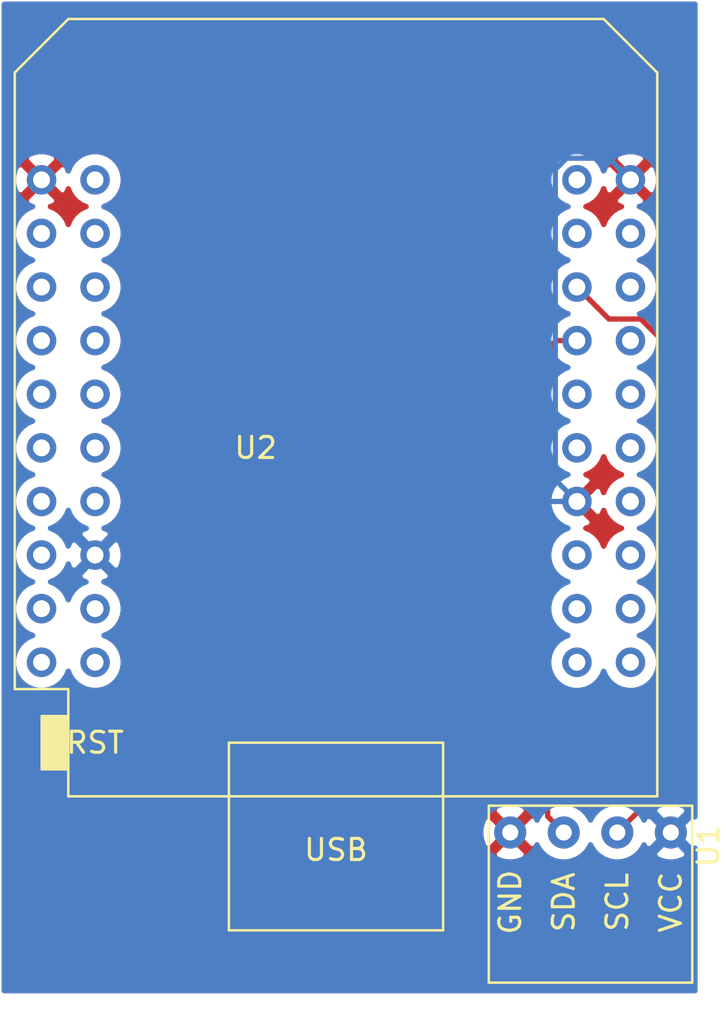
<source format=kicad_pcb>
(kicad_pcb (version 20171130) (host pcbnew "(5.1.9-0-10_14)")

  (general
    (thickness 1.6)
    (drawings 4)
    (tracks 15)
    (zones 0)
    (modules 2)
    (nets 39)
  )

  (page A4)
  (layers
    (0 F.Cu signal)
    (31 B.Cu signal)
    (32 B.Adhes user)
    (33 F.Adhes user)
    (34 B.Paste user)
    (35 F.Paste user)
    (36 B.SilkS user)
    (37 F.SilkS user)
    (38 B.Mask user)
    (39 F.Mask user)
    (40 Dwgs.User user)
    (41 Cmts.User user)
    (42 Eco1.User user)
    (43 Eco2.User user)
    (44 Edge.Cuts user)
    (45 Margin user)
    (46 B.CrtYd user)
    (47 F.CrtYd user)
    (48 B.Fab user)
    (49 F.Fab user)
  )

  (setup
    (last_trace_width 0.25)
    (trace_clearance 0.2)
    (zone_clearance 0.508)
    (zone_45_only no)
    (trace_min 0.2)
    (via_size 0.8)
    (via_drill 0.4)
    (via_min_size 0.4)
    (via_min_drill 0.3)
    (uvia_size 0.3)
    (uvia_drill 0.1)
    (uvias_allowed no)
    (uvia_min_size 0.2)
    (uvia_min_drill 0.1)
    (edge_width 0.05)
    (segment_width 0.2)
    (pcb_text_width 0.3)
    (pcb_text_size 1.5 1.5)
    (mod_edge_width 0.12)
    (mod_text_size 1 1)
    (mod_text_width 0.15)
    (pad_size 0.8 0.4)
    (pad_drill 0)
    (pad_to_mask_clearance 0)
    (aux_axis_origin 0 0)
    (visible_elements FFFFFF7F)
    (pcbplotparams
      (layerselection 0x010fc_ffffffff)
      (usegerberextensions false)
      (usegerberattributes true)
      (usegerberadvancedattributes true)
      (creategerberjobfile true)
      (excludeedgelayer true)
      (linewidth 0.100000)
      (plotframeref false)
      (viasonmask false)
      (mode 1)
      (useauxorigin false)
      (hpglpennumber 1)
      (hpglpenspeed 20)
      (hpglpendiameter 15.000000)
      (psnegative false)
      (psa4output false)
      (plotreference true)
      (plotvalue true)
      (plotinvisibletext false)
      (padsonsilk false)
      (subtractmaskfromsilk false)
      (outputformat 1)
      (mirror false)
      (drillshape 1)
      (scaleselection 1)
      (outputdirectory ""))
  )

  (net 0 "")
  (net 1 +3V3)
  (net 2 "Net-(U1-Pad3)")
  (net 3 GND)
  (net 4 "Net-(U2-Pad2)")
  (net 5 "Net-(U2-Pad3)")
  (net 6 "Net-(U2-Pad4)")
  (net 7 "Net-(U2-Pad5)")
  (net 8 "Net-(U2-Pad6)")
  (net 9 "Net-(U2-Pad7)")
  (net 10 "Net-(U2-Pad8)")
  (net 11 "Net-(U2-Pad9)")
  (net 12 "Net-(U2-Pad10)")
  (net 13 "Net-(U2-Pad11)")
  (net 14 "Net-(U2-Pad12)")
  (net 15 "Net-(U2-Pad13)")
  (net 16 "Net-(U2-Pad14)")
  (net 17 "Net-(U2-Pad15)")
  (net 18 "Net-(U2-Pad17)")
  (net 19 "Net-(U2-Pad18)")
  (net 20 "Net-(U2-Pad19)")
  (net 21 "Net-(U2-Pad20)")
  (net 22 "Net-(U2-Pad21)")
  (net 23 "Net-(U2-Pad23)")
  (net 24 "Net-(U2-Pad24)")
  (net 25 "Net-(U2-Pad26)")
  (net 26 "Net-(U2-Pad28)")
  (net 27 "Net-(U2-Pad29)")
  (net 28 "Net-(U2-Pad30)")
  (net 29 "Net-(U2-Pad31)")
  (net 30 "Net-(U2-Pad32)")
  (net 31 "Net-(U2-Pad34)")
  (net 32 +5V)
  (net 33 "Net-(U2-Pad36)")
  (net 34 "Net-(U2-Pad37)")
  (net 35 "Net-(U2-Pad38)")
  (net 36 "Net-(U2-Pad39)")
  (net 37 "Net-(U2-Pad40)")
  (net 38 "Net-(U1-Pad2)")

  (net_class Default "This is the default net class."
    (clearance 0.2)
    (trace_width 0.25)
    (via_dia 0.8)
    (via_drill 0.4)
    (uvia_dia 0.3)
    (uvia_drill 0.1)
    (add_net +3V3)
    (add_net +5V)
    (add_net GND)
    (add_net "Net-(U1-Pad2)")
    (add_net "Net-(U1-Pad3)")
    (add_net "Net-(U2-Pad10)")
    (add_net "Net-(U2-Pad11)")
    (add_net "Net-(U2-Pad12)")
    (add_net "Net-(U2-Pad13)")
    (add_net "Net-(U2-Pad14)")
    (add_net "Net-(U2-Pad15)")
    (add_net "Net-(U2-Pad17)")
    (add_net "Net-(U2-Pad18)")
    (add_net "Net-(U2-Pad19)")
    (add_net "Net-(U2-Pad2)")
    (add_net "Net-(U2-Pad20)")
    (add_net "Net-(U2-Pad21)")
    (add_net "Net-(U2-Pad23)")
    (add_net "Net-(U2-Pad24)")
    (add_net "Net-(U2-Pad26)")
    (add_net "Net-(U2-Pad28)")
    (add_net "Net-(U2-Pad29)")
    (add_net "Net-(U2-Pad3)")
    (add_net "Net-(U2-Pad30)")
    (add_net "Net-(U2-Pad31)")
    (add_net "Net-(U2-Pad32)")
    (add_net "Net-(U2-Pad34)")
    (add_net "Net-(U2-Pad36)")
    (add_net "Net-(U2-Pad37)")
    (add_net "Net-(U2-Pad38)")
    (add_net "Net-(U2-Pad39)")
    (add_net "Net-(U2-Pad4)")
    (add_net "Net-(U2-Pad40)")
    (add_net "Net-(U2-Pad5)")
    (add_net "Net-(U2-Pad6)")
    (add_net "Net-(U2-Pad7)")
    (add_net "Net-(U2-Pad8)")
    (add_net "Net-(U2-Pad9)")
  )

  (module ESP32_mini:ESP32_mini (layer F.Cu) (tedit 5F536902) (tstamp 60331834)
    (at 151.755 90.995)
    (path /6032D049)
    (fp_text reference U2 (at -3.81 1.27) (layer F.SilkS)
      (effects (font (size 1 1) (thickness 0.15)))
    )
    (fp_text value mini_esp32 (at 0 -1.27) (layer F.Fab)
      (effects (font (size 1 1) (thickness 0.15)))
    )
    (fp_line (start -12.7 12.7) (end -12.7 17.78) (layer F.SilkS) (width 0.12))
    (fp_line (start 12.7 -19.05) (end -11.43 -19.05) (layer F.SilkS) (width 0.12))
    (fp_line (start 12.7 -19.05) (end 15.24 -16.51) (layer F.SilkS) (width 0.12))
    (fp_line (start -12.7 -19.05) (end -15.24 -16.51) (layer F.SilkS) (width 0.12))
    (fp_line (start -12.7 -19.05) (end -11.43 -19.05) (layer F.SilkS) (width 0.12))
    (fp_line (start 15.24 -16.51) (end 15.24 17.78) (layer F.SilkS) (width 0.12))
    (fp_line (start -15.24 -16.51) (end -15.24 12.7) (layer F.SilkS) (width 0.12))
    (fp_line (start -15.24 12.7) (end -12.7 12.7) (layer F.SilkS) (width 0.12))
    (fp_poly (pts (xy -13.97 16.51) (xy -13.97 13.97) (xy -12.7 13.97) (xy -12.7 16.51)) (layer F.SilkS) (width 0.1))
    (fp_line (start -15.24 -12.7) (end 15.24 -12.7) (layer Dwgs.User) (width 0.12))
    (fp_line (start 15.24 -12.7) (end 15.24 -19.05) (layer Dwgs.User) (width 0.12))
    (fp_line (start 15.24 -19.05) (end -15.24 -19.05) (layer Dwgs.User) (width 0.12))
    (fp_line (start -15.24 -19.05) (end -15.24 -12.7) (layer Dwgs.User) (width 0.12))
    (fp_line (start -10.16 -19.05) (end -15.24 -13.97) (layer Dwgs.User) (width 0.12))
    (fp_line (start -6.35 -19.05) (end -12.7 -12.7) (layer Dwgs.User) (width 0.12))
    (fp_line (start -2.54 -19.05) (end -8.89 -12.7) (layer Dwgs.User) (width 0.12))
    (fp_line (start 1.27 -19.05) (end -5.08 -12.7) (layer Dwgs.User) (width 0.12))
    (fp_line (start 5.08 -19.05) (end -1.27 -12.7) (layer Dwgs.User) (width 0.12))
    (fp_line (start 8.89 -19.05) (end 2.54 -12.7) (layer Dwgs.User) (width 0.12))
    (fp_line (start 12.7 -19.05) (end 6.35 -12.7) (layer Dwgs.User) (width 0.12))
    (fp_line (start 15.24 -16.51) (end 11.43 -12.7) (layer Dwgs.User) (width 0.12))
    (fp_line (start -12.7 17.78) (end 15.24 17.78) (layer F.SilkS) (width 0.12))
    (fp_line (start -5.08 17.78) (end -5.08 24.13) (layer F.SilkS) (width 0.12))
    (fp_line (start -5.08 24.13) (end 5.08 24.13) (layer F.SilkS) (width 0.12))
    (fp_line (start 5.08 24.13) (end 5.08 17.78) (layer F.SilkS) (width 0.12))
    (fp_line (start -5.08 17.78) (end -5.08 15.24) (layer F.SilkS) (width 0.12))
    (fp_line (start -5.08 15.24) (end 5.08 15.24) (layer F.SilkS) (width 0.12))
    (fp_line (start 5.08 15.24) (end 5.08 17.78) (layer F.SilkS) (width 0.12))
    (fp_line (start 13.97 16.51) (end 11.43 16.51) (layer Dwgs.User) (width 0.12))
    (fp_line (start 11.43 16.51) (end 11.43 15.24) (layer Dwgs.User) (width 0.12))
    (fp_line (start 11.43 15.24) (end 13.97 15.24) (layer Dwgs.User) (width 0.12))
    (fp_line (start 13.97 15.24) (end 13.97 16.51) (layer Dwgs.User) (width 0.12))
    (fp_line (start 11.43 12.7) (end 11.43 13.97) (layer Dwgs.User) (width 0.12))
    (fp_line (start 11.43 13.97) (end 13.97 13.97) (layer Dwgs.User) (width 0.12))
    (fp_line (start 13.97 13.97) (end 13.97 12.7) (layer Dwgs.User) (width 0.12))
    (fp_line (start 13.97 12.7) (end 11.43 12.7) (layer Dwgs.User) (width 0.12))
    (fp_text user IO_02 (at 12.7 13.335) (layer Dwgs.User)
      (effects (font (size 0.5 0.5) (thickness 0.125)))
    )
    (fp_text user PWR (at 12.573 15.875) (layer Dwgs.User)
      (effects (font (size 0.5 0.5) (thickness 0.125)))
    )
    (fp_text user USB (at 0 20.32) (layer F.SilkS)
      (effects (font (size 1 1) (thickness 0.15)))
    )
    (fp_text user "NO COPPER - KEEP OUT" (at 0 -15.24) (layer Dwgs.User)
      (effects (font (size 1 1) (thickness 0.15)))
    )
    (fp_text user RST (at -11.43 15.24) (layer F.SilkS)
      (effects (font (size 1 1) (thickness 0.15)))
    )
    (pad 40 thru_hole circle (at 13.97 11.43 270) (size 1.4 1.4) (drill 0.8) (layers *.Cu *.Mask)
      (net 37 "Net-(U2-Pad40)"))
    (pad 39 thru_hole circle (at 11.43 11.43 270) (size 1.4 1.4) (drill 0.8) (layers *.Cu *.Mask)
      (net 36 "Net-(U2-Pad39)"))
    (pad 38 thru_hole circle (at 13.97 8.89 270) (size 1.4 1.4) (drill 0.8) (layers *.Cu *.Mask)
      (net 35 "Net-(U2-Pad38)"))
    (pad 37 thru_hole circle (at 11.43 8.89 270) (size 1.4 1.4) (drill 0.8) (layers *.Cu *.Mask)
      (net 34 "Net-(U2-Pad37)"))
    (pad 36 thru_hole circle (at 13.97 6.35 270) (size 1.4 1.4) (drill 0.8) (layers *.Cu *.Mask)
      (net 33 "Net-(U2-Pad36)"))
    (pad 35 thru_hole circle (at 11.43 6.35 270) (size 1.4 1.4) (drill 0.8) (layers *.Cu *.Mask)
      (net 32 +5V))
    (pad 34 thru_hole circle (at 13.97 3.81 270) (size 1.4 1.4) (drill 0.8) (layers *.Cu *.Mask)
      (net 31 "Net-(U2-Pad34)"))
    (pad 33 thru_hole circle (at 11.43 3.81 270) (size 1.4 1.4) (drill 0.8) (layers *.Cu *.Mask)
      (net 3 GND))
    (pad 32 thru_hole circle (at 13.97 1.27 270) (size 1.4 1.4) (drill 0.8) (layers *.Cu *.Mask)
      (net 30 "Net-(U2-Pad32)"))
    (pad 31 thru_hole circle (at 11.43 1.27 270) (size 1.4 1.4) (drill 0.8) (layers *.Cu *.Mask)
      (net 29 "Net-(U2-Pad31)"))
    (pad 30 thru_hole circle (at 13.97 -1.27 270) (size 1.4 1.4) (drill 0.8) (layers *.Cu *.Mask)
      (net 28 "Net-(U2-Pad30)"))
    (pad 29 thru_hole circle (at 11.43 -1.27 270) (size 1.4 1.4) (drill 0.8) (layers *.Cu *.Mask)
      (net 27 "Net-(U2-Pad29)"))
    (pad 28 thru_hole circle (at 13.97 -3.81 270) (size 1.4 1.4) (drill 0.8) (layers *.Cu *.Mask)
      (net 26 "Net-(U2-Pad28)"))
    (pad 27 thru_hole circle (at 11.43 -3.81 270) (size 1.4 1.4) (drill 0.8) (layers *.Cu *.Mask)
      (net 2 "Net-(U1-Pad3)"))
    (pad 26 thru_hole circle (at 13.97 -6.35 270) (size 1.4 1.4) (drill 0.8) (layers *.Cu *.Mask)
      (net 25 "Net-(U2-Pad26)"))
    (pad 25 thru_hole circle (at 11.43 -6.35 270) (size 1.4 1.4) (drill 0.8) (layers *.Cu *.Mask)
      (net 38 "Net-(U1-Pad2)"))
    (pad 24 thru_hole circle (at 13.97 -8.89 270) (size 1.4 1.4) (drill 0.8) (layers *.Cu *.Mask)
      (net 24 "Net-(U2-Pad24)"))
    (pad 23 thru_hole circle (at 11.43 -8.89 270) (size 1.4 1.4) (drill 0.8) (layers *.Cu *.Mask)
      (net 23 "Net-(U2-Pad23)"))
    (pad 22 thru_hole circle (at 13.97 -11.43 270) (size 1.4 1.4) (drill 0.8) (layers *.Cu *.Mask)
      (net 3 GND))
    (pad 21 thru_hole circle (at 11.43 -11.43 270) (size 1.4 1.4) (drill 0.8) (layers *.Cu *.Mask)
      (net 22 "Net-(U2-Pad21)"))
    (pad 20 thru_hole circle (at -11.43 11.43 270) (size 1.4 1.4) (drill 0.8) (layers *.Cu *.Mask)
      (net 21 "Net-(U2-Pad20)"))
    (pad 19 thru_hole circle (at -13.97 11.43 270) (size 1.4 1.4) (drill 0.8) (layers *.Cu *.Mask)
      (net 20 "Net-(U2-Pad19)"))
    (pad 18 thru_hole circle (at -11.43 8.89 270) (size 1.4 1.4) (drill 0.8) (layers *.Cu *.Mask)
      (net 19 "Net-(U2-Pad18)"))
    (pad 17 thru_hole circle (at -13.97 8.89 270) (size 1.4 1.4) (drill 0.8) (layers *.Cu *.Mask)
      (net 18 "Net-(U2-Pad17)"))
    (pad 16 thru_hole circle (at -11.43 6.35 270) (size 1.4 1.4) (drill 0.8) (layers *.Cu *.Mask)
      (net 1 +3V3))
    (pad 15 thru_hole circle (at -13.97 6.35 270) (size 1.4 1.4) (drill 0.8) (layers *.Cu *.Mask)
      (net 17 "Net-(U2-Pad15)"))
    (pad 14 thru_hole circle (at -11.43 3.81 270) (size 1.4 1.4) (drill 0.8) (layers *.Cu *.Mask)
      (net 16 "Net-(U2-Pad14)"))
    (pad 13 thru_hole circle (at -13.97 3.81 270) (size 1.4 1.4) (drill 0.8) (layers *.Cu *.Mask)
      (net 15 "Net-(U2-Pad13)"))
    (pad 12 thru_hole circle (at -11.43 1.27 270) (size 1.4 1.4) (drill 0.8) (layers *.Cu *.Mask)
      (net 14 "Net-(U2-Pad12)"))
    (pad 11 thru_hole circle (at -13.97 1.27 270) (size 1.4 1.4) (drill 0.8) (layers *.Cu *.Mask)
      (net 13 "Net-(U2-Pad11)"))
    (pad 10 thru_hole circle (at -11.43 -1.27 270) (size 1.4 1.4) (drill 0.8) (layers *.Cu *.Mask)
      (net 12 "Net-(U2-Pad10)"))
    (pad 9 thru_hole circle (at -13.97 -1.27 270) (size 1.4 1.4) (drill 0.8) (layers *.Cu *.Mask)
      (net 11 "Net-(U2-Pad9)"))
    (pad 8 thru_hole circle (at -11.43 -3.81 270) (size 1.4 1.4) (drill 0.8) (layers *.Cu *.Mask)
      (net 10 "Net-(U2-Pad8)"))
    (pad 7 thru_hole circle (at -13.97 -3.81 270) (size 1.4 1.4) (drill 0.8) (layers *.Cu *.Mask)
      (net 9 "Net-(U2-Pad7)"))
    (pad 6 thru_hole circle (at -11.43 -6.35 270) (size 1.4 1.4) (drill 0.8) (layers *.Cu *.Mask)
      (net 8 "Net-(U2-Pad6)"))
    (pad 5 thru_hole circle (at -13.97 -6.35 270) (size 1.4 1.4) (drill 0.8) (layers *.Cu *.Mask)
      (net 7 "Net-(U2-Pad5)"))
    (pad 4 thru_hole circle (at -11.43 -8.89 270) (size 1.4 1.4) (drill 0.8) (layers *.Cu *.Mask)
      (net 6 "Net-(U2-Pad4)"))
    (pad 3 thru_hole circle (at -13.97 -8.89 270) (size 1.4 1.4) (drill 0.8) (layers *.Cu *.Mask)
      (net 5 "Net-(U2-Pad3)"))
    (pad 1 thru_hole circle (at -13.97 -11.43 270) (size 1.4 1.4) (drill 0.8) (layers *.Cu *.Mask)
      (net 3 GND))
    (pad 2 thru_hole circle (at -11.43 -11.43 270) (size 1.4 1.4) (drill 0.8) (layers *.Cu *.Mask)
      (net 4 "Net-(U2-Pad2)"))
  )

  (module usini_sensors:module_si7021 (layer F.Cu) (tedit 5FDB4F49) (tstamp 6034652B)
    (at 160.02 110.49 270)
    (path /60343173)
    (fp_text reference U1 (at 0.635 -9.398 90) (layer F.SilkS)
      (effects (font (size 1 1) (thickness 0.15)))
    )
    (fp_text value module_si7021 (at 3.302 1.778 90) (layer F.Fab)
      (effects (font (size 1 1) (thickness 0.15)))
    )
    (fp_text user GND (at 3.302 0 90) (layer F.SilkS)
      (effects (font (size 1 1) (thickness 0.15)))
    )
    (fp_text user SDA (at 3.302 -2.54 90) (layer F.SilkS)
      (effects (font (size 1 1) (thickness 0.15)))
    )
    (fp_text user SCL (at 3.302 -5.08 90) (layer F.SilkS)
      (effects (font (size 1 1) (thickness 0.15)))
    )
    (fp_text user VCC (at 3.302 -7.62 90) (layer F.SilkS)
      (effects (font (size 1 1) (thickness 0.15)))
    )
    (fp_line (start -1.27 -8.636) (end 7.112 -8.636) (layer F.SilkS) (width 0.12))
    (fp_line (start 7.112 -8.636) (end 7.112 1.016) (layer F.SilkS) (width 0.12))
    (fp_line (start 7.112 1.016) (end -1.27 1.016) (layer F.SilkS) (width 0.12))
    (fp_line (start -1.27 1.016) (end -1.27 -8.636) (layer F.SilkS) (width 0.12))
    (pad 4 thru_hole circle (at 0 0 270) (size 1.524 1.524) (drill 0.762) (layers *.Cu *.Mask)
      (net 3 GND))
    (pad 3 thru_hole circle (at 0 -2.54 270) (size 1.524 1.524) (drill 0.762) (layers *.Cu *.Mask)
      (net 2 "Net-(U1-Pad3)"))
    (pad 2 thru_hole circle (at 0 -5.08 270) (size 1.524 1.524) (drill 0.762) (layers *.Cu *.Mask)
      (net 38 "Net-(U1-Pad2)"))
    (pad 1 thru_hole circle (at 0 -7.62 270) (size 1.524 1.524) (drill 0.762) (layers *.Cu *.Mask)
      (net 1 +3V3))
    (model ${KIPRJMOD}/usini_sensors.pretty/si7021.step
      (offset (xyz -1 -0.5 10.8))
      (scale (xyz 1 1 1))
      (rotate (xyz 0 0 0))
    )
    (model ${KISYS3DMOD}/Connector_PinSocket_2.54mm.3dshapes/PinSocket_1x04_P2.54mm_Vertical.step
      (offset (xyz 0 7.7 0))
      (scale (xyz 1 1 1))
      (rotate (xyz 0 0 0))
    )
    (model ${KISYS3DMOD}/Connector_PinHeader_2.54mm.3dshapes/PinHeader_1x04_P2.54mm_Vertical.step
      (offset (xyz 0 0 9.5))
      (scale (xyz 1 1 1))
      (rotate (xyz -180 0 0))
    )
    (model ${CUSTOM}/usini_kicad_sensors-main/usini_sensors.pretty/BH1750.step
      (at (xyz 0 0 0))
      (scale (xyz 1 1 1))
      (rotate (xyz 0 0 180))
    )
  )

  (gr_line (start 168.91 118.11) (end 135.89 118.11) (layer Dwgs.User) (width 0.15) (tstamp 60345FF9))
  (gr_line (start 168.91 71.12) (end 168.91 118.11) (layer Dwgs.User) (width 0.15))
  (gr_line (start 135.89 71.12) (end 168.91 71.12) (layer Dwgs.User) (width 0.15))
  (gr_line (start 135.89 118.11) (end 135.89 71.12) (layer Dwgs.User) (width 0.15))

  (segment (start 162.56 110.49) (end 161.798001 109.728001) (width 0.25) (layer F.Cu) (net 2))
  (segment (start 162.195051 87.185) (end 163.185 87.185) (width 0.25) (layer F.Cu) (net 2))
  (segment (start 161.798001 109.728001) (end 161.798001 87.58205) (width 0.25) (layer F.Cu) (net 2))
  (segment (start 161.798001 87.58205) (end 162.195051 87.185) (width 0.25) (layer F.Cu) (net 2))
  (segment (start 163.185 94.805) (end 160.465 94.805) (width 0.25) (layer B.Cu) (net 3))
  (segment (start 162.159999 93.779999) (end 163.185 94.805) (width 0.25) (layer B.Cu) (net 3))
  (segment (start 162.159999 79.072999) (end 162.159999 93.779999) (width 0.25) (layer B.Cu) (net 3))
  (segment (start 164.699999 78.539999) (end 162.692999 78.539999) (width 0.25) (layer B.Cu) (net 3))
  (segment (start 162.692999 78.539999) (end 162.159999 79.072999) (width 0.25) (layer B.Cu) (net 3))
  (segment (start 165.725 79.565) (end 164.699999 78.539999) (width 0.25) (layer B.Cu) (net 3))
  (segment (start 167.64 87.582998) (end 166.217001 86.159999) (width 0.25) (layer F.Cu) (net 38))
  (segment (start 165.1 110.49) (end 167.64 107.95) (width 0.25) (layer F.Cu) (net 38))
  (segment (start 166.217001 86.159999) (end 164.699999 86.159999) (width 0.25) (layer F.Cu) (net 38))
  (segment (start 164.699999 86.159999) (end 163.185 84.645) (width 0.25) (layer F.Cu) (net 38))
  (segment (start 167.64 107.95) (end 167.64 87.582998) (width 0.25) (layer F.Cu) (net 38))

  (zone (net 1) (net_name +3V3) (layer B.Cu) (tstamp 603462BC) (hatch edge 0.508)
    (connect_pads (clearance 0.508))
    (min_thickness 0.254)
    (fill yes (arc_segments 32) (thermal_gap 0.508) (thermal_bridge_width 0.508))
    (polygon
      (pts
        (xy 168.91 118.11) (xy 135.89 118.11) (xy 135.89 71.12) (xy 168.91 71.12)
      )
    )
    (filled_polygon
      (pts
        (xy 168.783 109.75354) (xy 168.605565 109.70404) (xy 167.819605 110.49) (xy 168.605565 111.27596) (xy 168.783 111.22646)
        (xy 168.783 117.983) (xy 136.017 117.983) (xy 136.017 110.352408) (xy 158.623 110.352408) (xy 158.623 110.627592)
        (xy 158.676686 110.89749) (xy 158.781995 111.151727) (xy 158.93488 111.380535) (xy 159.129465 111.57512) (xy 159.358273 111.728005)
        (xy 159.61251 111.833314) (xy 159.882408 111.887) (xy 160.157592 111.887) (xy 160.42749 111.833314) (xy 160.681727 111.728005)
        (xy 160.910535 111.57512) (xy 161.10512 111.380535) (xy 161.258005 111.151727) (xy 161.29 111.074485) (xy 161.321995 111.151727)
        (xy 161.47488 111.380535) (xy 161.669465 111.57512) (xy 161.898273 111.728005) (xy 162.15251 111.833314) (xy 162.422408 111.887)
        (xy 162.697592 111.887) (xy 162.96749 111.833314) (xy 163.221727 111.728005) (xy 163.450535 111.57512) (xy 163.64512 111.380535)
        (xy 163.798005 111.151727) (xy 163.83 111.074485) (xy 163.861995 111.151727) (xy 164.01488 111.380535) (xy 164.209465 111.57512)
        (xy 164.438273 111.728005) (xy 164.69251 111.833314) (xy 164.962408 111.887) (xy 165.237592 111.887) (xy 165.50749 111.833314)
        (xy 165.761727 111.728005) (xy 165.990535 111.57512) (xy 166.11009 111.455565) (xy 166.85404 111.455565) (xy 166.92102 111.695656)
        (xy 167.170048 111.812756) (xy 167.437135 111.879023) (xy 167.712017 111.89191) (xy 167.984133 111.850922) (xy 168.243023 111.757636)
        (xy 168.35898 111.695656) (xy 168.42596 111.455565) (xy 167.64 110.669605) (xy 166.85404 111.455565) (xy 166.11009 111.455565)
        (xy 166.18512 111.380535) (xy 166.338005 111.151727) (xy 166.367692 111.080057) (xy 166.372364 111.093023) (xy 166.434344 111.20898)
        (xy 166.674435 111.27596) (xy 167.460395 110.49) (xy 166.674435 109.70404) (xy 166.434344 109.77102) (xy 166.370515 109.90676)
        (xy 166.338005 109.828273) (xy 166.18512 109.599465) (xy 166.11009 109.524435) (xy 166.85404 109.524435) (xy 167.64 110.310395)
        (xy 168.42596 109.524435) (xy 168.35898 109.284344) (xy 168.109952 109.167244) (xy 167.842865 109.100977) (xy 167.567983 109.08809)
        (xy 167.295867 109.129078) (xy 167.036977 109.222364) (xy 166.92102 109.284344) (xy 166.85404 109.524435) (xy 166.11009 109.524435)
        (xy 165.990535 109.40488) (xy 165.761727 109.251995) (xy 165.50749 109.146686) (xy 165.237592 109.093) (xy 164.962408 109.093)
        (xy 164.69251 109.146686) (xy 164.438273 109.251995) (xy 164.209465 109.40488) (xy 164.01488 109.599465) (xy 163.861995 109.828273)
        (xy 163.83 109.905515) (xy 163.798005 109.828273) (xy 163.64512 109.599465) (xy 163.450535 109.40488) (xy 163.221727 109.251995)
        (xy 162.96749 109.146686) (xy 162.697592 109.093) (xy 162.422408 109.093) (xy 162.15251 109.146686) (xy 161.898273 109.251995)
        (xy 161.669465 109.40488) (xy 161.47488 109.599465) (xy 161.321995 109.828273) (xy 161.29 109.905515) (xy 161.258005 109.828273)
        (xy 161.10512 109.599465) (xy 160.910535 109.40488) (xy 160.681727 109.251995) (xy 160.42749 109.146686) (xy 160.157592 109.093)
        (xy 159.882408 109.093) (xy 159.61251 109.146686) (xy 159.358273 109.251995) (xy 159.129465 109.40488) (xy 158.93488 109.599465)
        (xy 158.781995 109.828273) (xy 158.676686 110.08251) (xy 158.623 110.352408) (xy 136.017 110.352408) (xy 136.017 79.433514)
        (xy 136.45 79.433514) (xy 136.45 79.696486) (xy 136.501304 79.954405) (xy 136.601939 80.197359) (xy 136.748038 80.416013)
        (xy 136.933987 80.601962) (xy 137.152641 80.748061) (xy 137.36253 80.835) (xy 137.152641 80.921939) (xy 136.933987 81.068038)
        (xy 136.748038 81.253987) (xy 136.601939 81.472641) (xy 136.501304 81.715595) (xy 136.45 81.973514) (xy 136.45 82.236486)
        (xy 136.501304 82.494405) (xy 136.601939 82.737359) (xy 136.748038 82.956013) (xy 136.933987 83.141962) (xy 137.152641 83.288061)
        (xy 137.36253 83.375) (xy 137.152641 83.461939) (xy 136.933987 83.608038) (xy 136.748038 83.793987) (xy 136.601939 84.012641)
        (xy 136.501304 84.255595) (xy 136.45 84.513514) (xy 136.45 84.776486) (xy 136.501304 85.034405) (xy 136.601939 85.277359)
        (xy 136.748038 85.496013) (xy 136.933987 85.681962) (xy 137.152641 85.828061) (xy 137.36253 85.915) (xy 137.152641 86.001939)
        (xy 136.933987 86.148038) (xy 136.748038 86.333987) (xy 136.601939 86.552641) (xy 136.501304 86.795595) (xy 136.45 87.053514)
        (xy 136.45 87.316486) (xy 136.501304 87.574405) (xy 136.601939 87.817359) (xy 136.748038 88.036013) (xy 136.933987 88.221962)
        (xy 137.152641 88.368061) (xy 137.36253 88.455) (xy 137.152641 88.541939) (xy 136.933987 88.688038) (xy 136.748038 88.873987)
        (xy 136.601939 89.092641) (xy 136.501304 89.335595) (xy 136.45 89.593514) (xy 136.45 89.856486) (xy 136.501304 90.114405)
        (xy 136.601939 90.357359) (xy 136.748038 90.576013) (xy 136.933987 90.761962) (xy 137.152641 90.908061) (xy 137.36253 90.995)
        (xy 137.152641 91.081939) (xy 136.933987 91.228038) (xy 136.748038 91.413987) (xy 136.601939 91.632641) (xy 136.501304 91.875595)
        (xy 136.45 92.133514) (xy 136.45 92.396486) (xy 136.501304 92.654405) (xy 136.601939 92.897359) (xy 136.748038 93.116013)
        (xy 136.933987 93.301962) (xy 137.152641 93.448061) (xy 137.36253 93.535) (xy 137.152641 93.621939) (xy 136.933987 93.768038)
        (xy 136.748038 93.953987) (xy 136.601939 94.172641) (xy 136.501304 94.415595) (xy 136.45 94.673514) (xy 136.45 94.936486)
        (xy 136.501304 95.194405) (xy 136.601939 95.437359) (xy 136.748038 95.656013) (xy 136.933987 95.841962) (xy 137.152641 95.988061)
        (xy 137.36253 96.075) (xy 137.152641 96.161939) (xy 136.933987 96.308038) (xy 136.748038 96.493987) (xy 136.601939 96.712641)
        (xy 136.501304 96.955595) (xy 136.45 97.213514) (xy 136.45 97.476486) (xy 136.501304 97.734405) (xy 136.601939 97.977359)
        (xy 136.748038 98.196013) (xy 136.933987 98.381962) (xy 137.152641 98.528061) (xy 137.36253 98.615) (xy 137.152641 98.701939)
        (xy 136.933987 98.848038) (xy 136.748038 99.033987) (xy 136.601939 99.252641) (xy 136.501304 99.495595) (xy 136.45 99.753514)
        (xy 136.45 100.016486) (xy 136.501304 100.274405) (xy 136.601939 100.517359) (xy 136.748038 100.736013) (xy 136.933987 100.921962)
        (xy 137.152641 101.068061) (xy 137.36253 101.155) (xy 137.152641 101.241939) (xy 136.933987 101.388038) (xy 136.748038 101.573987)
        (xy 136.601939 101.792641) (xy 136.501304 102.035595) (xy 136.45 102.293514) (xy 136.45 102.556486) (xy 136.501304 102.814405)
        (xy 136.601939 103.057359) (xy 136.748038 103.276013) (xy 136.933987 103.461962) (xy 137.152641 103.608061) (xy 137.395595 103.708696)
        (xy 137.653514 103.76) (xy 137.916486 103.76) (xy 138.174405 103.708696) (xy 138.417359 103.608061) (xy 138.636013 103.461962)
        (xy 138.821962 103.276013) (xy 138.968061 103.057359) (xy 139.055 102.84747) (xy 139.141939 103.057359) (xy 139.288038 103.276013)
        (xy 139.473987 103.461962) (xy 139.692641 103.608061) (xy 139.935595 103.708696) (xy 140.193514 103.76) (xy 140.456486 103.76)
        (xy 140.714405 103.708696) (xy 140.957359 103.608061) (xy 141.176013 103.461962) (xy 141.361962 103.276013) (xy 141.508061 103.057359)
        (xy 141.608696 102.814405) (xy 141.66 102.556486) (xy 141.66 102.293514) (xy 141.608696 102.035595) (xy 141.508061 101.792641)
        (xy 141.361962 101.573987) (xy 141.176013 101.388038) (xy 140.957359 101.241939) (xy 140.74747 101.155) (xy 140.957359 101.068061)
        (xy 141.176013 100.921962) (xy 141.361962 100.736013) (xy 141.508061 100.517359) (xy 141.608696 100.274405) (xy 141.66 100.016486)
        (xy 141.66 99.753514) (xy 141.608696 99.495595) (xy 141.508061 99.252641) (xy 141.361962 99.033987) (xy 141.176013 98.848038)
        (xy 140.957359 98.701939) (xy 140.743556 98.613379) (xy 140.906366 98.553935) (xy 141.007203 98.500037) (xy 141.066664 98.266269)
        (xy 140.325 97.524605) (xy 139.583336 98.266269) (xy 139.642797 98.500037) (xy 139.881242 98.610934) (xy 139.900827 98.615706)
        (xy 139.692641 98.701939) (xy 139.473987 98.848038) (xy 139.288038 99.033987) (xy 139.141939 99.252641) (xy 139.055 99.46253)
        (xy 138.968061 99.252641) (xy 138.821962 99.033987) (xy 138.636013 98.848038) (xy 138.417359 98.701939) (xy 138.20747 98.615)
        (xy 138.417359 98.528061) (xy 138.636013 98.381962) (xy 138.821962 98.196013) (xy 138.968061 97.977359) (xy 139.056621 97.763556)
        (xy 139.116065 97.926366) (xy 139.169963 98.027203) (xy 139.403731 98.086664) (xy 140.145395 97.345) (xy 140.504605 97.345)
        (xy 141.246269 98.086664) (xy 141.480037 98.027203) (xy 141.590934 97.788758) (xy 141.653183 97.53326) (xy 141.66439 97.270527)
        (xy 141.624125 97.010656) (xy 141.533935 96.763634) (xy 141.480037 96.662797) (xy 141.246269 96.603336) (xy 140.504605 97.345)
        (xy 140.145395 97.345) (xy 139.403731 96.603336) (xy 139.169963 96.662797) (xy 139.059066 96.901242) (xy 139.054294 96.920827)
        (xy 138.968061 96.712641) (xy 138.821962 96.493987) (xy 138.636013 96.308038) (xy 138.417359 96.161939) (xy 138.20747 96.075)
        (xy 138.417359 95.988061) (xy 138.636013 95.841962) (xy 138.821962 95.656013) (xy 138.968061 95.437359) (xy 139.055 95.22747)
        (xy 139.141939 95.437359) (xy 139.288038 95.656013) (xy 139.473987 95.841962) (xy 139.692641 95.988061) (xy 139.906444 96.076621)
        (xy 139.743634 96.136065) (xy 139.642797 96.189963) (xy 139.583336 96.423731) (xy 140.325 97.165395) (xy 141.066664 96.423731)
        (xy 141.007203 96.189963) (xy 140.768758 96.079066) (xy 140.749173 96.074294) (xy 140.957359 95.988061) (xy 141.176013 95.841962)
        (xy 141.361962 95.656013) (xy 141.508061 95.437359) (xy 141.608696 95.194405) (xy 141.66 94.936486) (xy 141.66 94.673514)
        (xy 141.608696 94.415595) (xy 141.508061 94.172641) (xy 141.361962 93.953987) (xy 141.176013 93.768038) (xy 140.957359 93.621939)
        (xy 140.74747 93.535) (xy 140.957359 93.448061) (xy 141.176013 93.301962) (xy 141.361962 93.116013) (xy 141.508061 92.897359)
        (xy 141.608696 92.654405) (xy 141.66 92.396486) (xy 141.66 92.133514) (xy 141.608696 91.875595) (xy 141.508061 91.632641)
        (xy 141.361962 91.413987) (xy 141.176013 91.228038) (xy 140.957359 91.081939) (xy 140.74747 90.995) (xy 140.957359 90.908061)
        (xy 141.176013 90.761962) (xy 141.361962 90.576013) (xy 141.508061 90.357359) (xy 141.608696 90.114405) (xy 141.66 89.856486)
        (xy 141.66 89.593514) (xy 141.608696 89.335595) (xy 141.508061 89.092641) (xy 141.361962 88.873987) (xy 141.176013 88.688038)
        (xy 140.957359 88.541939) (xy 140.74747 88.455) (xy 140.957359 88.368061) (xy 141.176013 88.221962) (xy 141.361962 88.036013)
        (xy 141.508061 87.817359) (xy 141.608696 87.574405) (xy 141.66 87.316486) (xy 141.66 87.053514) (xy 141.608696 86.795595)
        (xy 141.508061 86.552641) (xy 141.361962 86.333987) (xy 141.176013 86.148038) (xy 140.957359 86.001939) (xy 140.74747 85.915)
        (xy 140.957359 85.828061) (xy 141.176013 85.681962) (xy 141.361962 85.496013) (xy 141.508061 85.277359) (xy 141.608696 85.034405)
        (xy 141.66 84.776486) (xy 141.66 84.513514) (xy 141.608696 84.255595) (xy 141.508061 84.012641) (xy 141.361962 83.793987)
        (xy 141.176013 83.608038) (xy 140.957359 83.461939) (xy 140.74747 83.375) (xy 140.957359 83.288061) (xy 141.176013 83.141962)
        (xy 141.361962 82.956013) (xy 141.508061 82.737359) (xy 141.608696 82.494405) (xy 141.66 82.236486) (xy 141.66 81.973514)
        (xy 141.608696 81.715595) (xy 141.508061 81.472641) (xy 141.361962 81.253987) (xy 141.176013 81.068038) (xy 140.957359 80.921939)
        (xy 140.74747 80.835) (xy 140.957359 80.748061) (xy 141.176013 80.601962) (xy 141.361962 80.416013) (xy 141.508061 80.197359)
        (xy 141.608696 79.954405) (xy 141.66 79.696486) (xy 141.66 79.433514) (xy 161.85 79.433514) (xy 161.85 79.696486)
        (xy 161.901304 79.954405) (xy 162.001939 80.197359) (xy 162.148038 80.416013) (xy 162.333987 80.601962) (xy 162.552641 80.748061)
        (xy 162.76253 80.835) (xy 162.552641 80.921939) (xy 162.333987 81.068038) (xy 162.148038 81.253987) (xy 162.001939 81.472641)
        (xy 161.901304 81.715595) (xy 161.85 81.973514) (xy 161.85 82.236486) (xy 161.901304 82.494405) (xy 162.001939 82.737359)
        (xy 162.148038 82.956013) (xy 162.333987 83.141962) (xy 162.552641 83.288061) (xy 162.76253 83.375) (xy 162.552641 83.461939)
        (xy 162.333987 83.608038) (xy 162.148038 83.793987) (xy 162.001939 84.012641) (xy 161.901304 84.255595) (xy 161.85 84.513514)
        (xy 161.85 84.776486) (xy 161.901304 85.034405) (xy 162.001939 85.277359) (xy 162.148038 85.496013) (xy 162.333987 85.681962)
        (xy 162.552641 85.828061) (xy 162.76253 85.915) (xy 162.552641 86.001939) (xy 162.333987 86.148038) (xy 162.148038 86.333987)
        (xy 162.001939 86.552641) (xy 161.901304 86.795595) (xy 161.85 87.053514) (xy 161.85 87.316486) (xy 161.901304 87.574405)
        (xy 162.001939 87.817359) (xy 162.148038 88.036013) (xy 162.333987 88.221962) (xy 162.552641 88.368061) (xy 162.76253 88.455)
        (xy 162.552641 88.541939) (xy 162.333987 88.688038) (xy 162.148038 88.873987) (xy 162.001939 89.092641) (xy 161.901304 89.335595)
        (xy 161.85 89.593514) (xy 161.85 89.856486) (xy 161.901304 90.114405) (xy 162.001939 90.357359) (xy 162.148038 90.576013)
        (xy 162.333987 90.761962) (xy 162.552641 90.908061) (xy 162.76253 90.995) (xy 162.552641 91.081939) (xy 162.333987 91.228038)
        (xy 162.148038 91.413987) (xy 162.001939 91.632641) (xy 161.901304 91.875595) (xy 161.85 92.133514) (xy 161.85 92.396486)
        (xy 161.901304 92.654405) (xy 162.001939 92.897359) (xy 162.148038 93.116013) (xy 162.333987 93.301962) (xy 162.552641 93.448061)
        (xy 162.76253 93.535) (xy 162.552641 93.621939) (xy 162.333987 93.768038) (xy 162.148038 93.953987) (xy 162.001939 94.172641)
        (xy 161.901304 94.415595) (xy 161.85 94.673514) (xy 161.85 94.936486) (xy 161.901304 95.194405) (xy 162.001939 95.437359)
        (xy 162.148038 95.656013) (xy 162.333987 95.841962) (xy 162.552641 95.988061) (xy 162.76253 96.075) (xy 162.552641 96.161939)
        (xy 162.333987 96.308038) (xy 162.148038 96.493987) (xy 162.001939 96.712641) (xy 161.901304 96.955595) (xy 161.85 97.213514)
        (xy 161.85 97.476486) (xy 161.901304 97.734405) (xy 162.001939 97.977359) (xy 162.148038 98.196013) (xy 162.333987 98.381962)
        (xy 162.552641 98.528061) (xy 162.76253 98.615) (xy 162.552641 98.701939) (xy 162.333987 98.848038) (xy 162.148038 99.033987)
        (xy 162.001939 99.252641) (xy 161.901304 99.495595) (xy 161.85 99.753514) (xy 161.85 100.016486) (xy 161.901304 100.274405)
        (xy 162.001939 100.517359) (xy 162.148038 100.736013) (xy 162.333987 100.921962) (xy 162.552641 101.068061) (xy 162.76253 101.155)
        (xy 162.552641 101.241939) (xy 162.333987 101.388038) (xy 162.148038 101.573987) (xy 162.001939 101.792641) (xy 161.901304 102.035595)
        (xy 161.85 102.293514) (xy 161.85 102.556486) (xy 161.901304 102.814405) (xy 162.001939 103.057359) (xy 162.148038 103.276013)
        (xy 162.333987 103.461962) (xy 162.552641 103.608061) (xy 162.795595 103.708696) (xy 163.053514 103.76) (xy 163.316486 103.76)
        (xy 163.574405 103.708696) (xy 163.817359 103.608061) (xy 164.036013 103.461962) (xy 164.221962 103.276013) (xy 164.368061 103.057359)
        (xy 164.455 102.84747) (xy 164.541939 103.057359) (xy 164.688038 103.276013) (xy 164.873987 103.461962) (xy 165.092641 103.608061)
        (xy 165.335595 103.708696) (xy 165.593514 103.76) (xy 165.856486 103.76) (xy 166.114405 103.708696) (xy 166.357359 103.608061)
        (xy 166.576013 103.461962) (xy 166.761962 103.276013) (xy 166.908061 103.057359) (xy 167.008696 102.814405) (xy 167.06 102.556486)
        (xy 167.06 102.293514) (xy 167.008696 102.035595) (xy 166.908061 101.792641) (xy 166.761962 101.573987) (xy 166.576013 101.388038)
        (xy 166.357359 101.241939) (xy 166.14747 101.155) (xy 166.357359 101.068061) (xy 166.576013 100.921962) (xy 166.761962 100.736013)
        (xy 166.908061 100.517359) (xy 167.008696 100.274405) (xy 167.06 100.016486) (xy 167.06 99.753514) (xy 167.008696 99.495595)
        (xy 166.908061 99.252641) (xy 166.761962 99.033987) (xy 166.576013 98.848038) (xy 166.357359 98.701939) (xy 166.14747 98.615)
        (xy 166.357359 98.528061) (xy 166.576013 98.381962) (xy 166.761962 98.196013) (xy 166.908061 97.977359) (xy 167.008696 97.734405)
        (xy 167.06 97.476486) (xy 167.06 97.213514) (xy 167.008696 96.955595) (xy 166.908061 96.712641) (xy 166.761962 96.493987)
        (xy 166.576013 96.308038) (xy 166.357359 96.161939) (xy 166.14747 96.075) (xy 166.357359 95.988061) (xy 166.576013 95.841962)
        (xy 166.761962 95.656013) (xy 166.908061 95.437359) (xy 167.008696 95.194405) (xy 167.06 94.936486) (xy 167.06 94.673514)
        (xy 167.008696 94.415595) (xy 166.908061 94.172641) (xy 166.761962 93.953987) (xy 166.576013 93.768038) (xy 166.357359 93.621939)
        (xy 166.14747 93.535) (xy 166.357359 93.448061) (xy 166.576013 93.301962) (xy 166.761962 93.116013) (xy 166.908061 92.897359)
        (xy 167.008696 92.654405) (xy 167.06 92.396486) (xy 167.06 92.133514) (xy 167.008696 91.875595) (xy 166.908061 91.632641)
        (xy 166.761962 91.413987) (xy 166.576013 91.228038) (xy 166.357359 91.081939) (xy 166.14747 90.995) (xy 166.357359 90.908061)
        (xy 166.576013 90.761962) (xy 166.761962 90.576013) (xy 166.908061 90.357359) (xy 167.008696 90.114405) (xy 167.06 89.856486)
        (xy 167.06 89.593514) (xy 167.008696 89.335595) (xy 166.908061 89.092641) (xy 166.761962 88.873987) (xy 166.576013 88.688038)
        (xy 166.357359 88.541939) (xy 166.14747 88.455) (xy 166.357359 88.368061) (xy 166.576013 88.221962) (xy 166.761962 88.036013)
        (xy 166.908061 87.817359) (xy 167.008696 87.574405) (xy 167.06 87.316486) (xy 167.06 87.053514) (xy 167.008696 86.795595)
        (xy 166.908061 86.552641) (xy 166.761962 86.333987) (xy 166.576013 86.148038) (xy 166.357359 86.001939) (xy 166.14747 85.915)
        (xy 166.357359 85.828061) (xy 166.576013 85.681962) (xy 166.761962 85.496013) (xy 166.908061 85.277359) (xy 167.008696 85.034405)
        (xy 167.06 84.776486) (xy 167.06 84.513514) (xy 167.008696 84.255595) (xy 166.908061 84.012641) (xy 166.761962 83.793987)
        (xy 166.576013 83.608038) (xy 166.357359 83.461939) (xy 166.14747 83.375) (xy 166.357359 83.288061) (xy 166.576013 83.141962)
        (xy 166.761962 82.956013) (xy 166.908061 82.737359) (xy 167.008696 82.494405) (xy 167.06 82.236486) (xy 167.06 81.973514)
        (xy 167.008696 81.715595) (xy 166.908061 81.472641) (xy 166.761962 81.253987) (xy 166.576013 81.068038) (xy 166.357359 80.921939)
        (xy 166.14747 80.835) (xy 166.357359 80.748061) (xy 166.576013 80.601962) (xy 166.761962 80.416013) (xy 166.908061 80.197359)
        (xy 167.008696 79.954405) (xy 167.06 79.696486) (xy 167.06 79.433514) (xy 167.008696 79.175595) (xy 166.908061 78.932641)
        (xy 166.761962 78.713987) (xy 166.576013 78.528038) (xy 166.357359 78.381939) (xy 166.114405 78.281304) (xy 165.856486 78.23)
        (xy 165.593514 78.23) (xy 165.335595 78.281304) (xy 165.092641 78.381939) (xy 164.873987 78.528038) (xy 164.688038 78.713987)
        (xy 164.541939 78.932641) (xy 164.455 79.14253) (xy 164.368061 78.932641) (xy 164.221962 78.713987) (xy 164.036013 78.528038)
        (xy 163.817359 78.381939) (xy 163.574405 78.281304) (xy 163.316486 78.23) (xy 163.053514 78.23) (xy 162.795595 78.281304)
        (xy 162.552641 78.381939) (xy 162.333987 78.528038) (xy 162.148038 78.713987) (xy 162.001939 78.932641) (xy 161.901304 79.175595)
        (xy 161.85 79.433514) (xy 141.66 79.433514) (xy 141.608696 79.175595) (xy 141.508061 78.932641) (xy 141.361962 78.713987)
        (xy 141.176013 78.528038) (xy 140.957359 78.381939) (xy 140.714405 78.281304) (xy 140.456486 78.23) (xy 140.193514 78.23)
        (xy 139.935595 78.281304) (xy 139.692641 78.381939) (xy 139.473987 78.528038) (xy 139.288038 78.713987) (xy 139.141939 78.932641)
        (xy 139.055 79.14253) (xy 138.968061 78.932641) (xy 138.821962 78.713987) (xy 138.636013 78.528038) (xy 138.417359 78.381939)
        (xy 138.174405 78.281304) (xy 137.916486 78.23) (xy 137.653514 78.23) (xy 137.395595 78.281304) (xy 137.152641 78.381939)
        (xy 136.933987 78.528038) (xy 136.748038 78.713987) (xy 136.601939 78.932641) (xy 136.501304 79.175595) (xy 136.45 79.433514)
        (xy 136.017 79.433514) (xy 136.017 71.247) (xy 168.783 71.247)
      )
    )
  )
  (zone (net 3) (net_name GND) (layer F.Cu) (tstamp 603462B9) (hatch edge 0.508)
    (connect_pads (clearance 0.508))
    (min_thickness 0.254)
    (fill yes (arc_segments 32) (thermal_gap 0.508) (thermal_bridge_width 0.508))
    (polygon
      (pts
        (xy 168.91 118.11) (xy 135.89 118.11) (xy 135.89 71.12) (xy 168.91 71.12)
      )
    )
    (filled_polygon
      (pts
        (xy 168.783 109.686088) (xy 168.72512 109.599465) (xy 168.530535 109.40488) (xy 168.301727 109.251995) (xy 168.04749 109.146686)
        (xy 167.777592 109.093) (xy 167.571803 109.093) (xy 168.151009 108.513794) (xy 168.180001 108.490001) (xy 168.203795 108.461008)
        (xy 168.203799 108.461004) (xy 168.274973 108.374277) (xy 168.274974 108.374276) (xy 168.345546 108.242247) (xy 168.389003 108.098986)
        (xy 168.4 107.987333) (xy 168.4 107.987324) (xy 168.403676 107.950001) (xy 168.4 107.912678) (xy 168.4 87.62032)
        (xy 168.403676 87.582997) (xy 168.4 87.545674) (xy 168.4 87.545665) (xy 168.389003 87.434012) (xy 168.345546 87.290751)
        (xy 168.274974 87.158722) (xy 168.261811 87.142683) (xy 168.203799 87.071994) (xy 168.203795 87.07199) (xy 168.180001 87.042997)
        (xy 168.151008 87.019203) (xy 166.780804 85.649001) (xy 166.757002 85.619998) (xy 166.691628 85.566347) (xy 166.761962 85.496013)
        (xy 166.908061 85.277359) (xy 167.008696 85.034405) (xy 167.06 84.776486) (xy 167.06 84.513514) (xy 167.008696 84.255595)
        (xy 166.908061 84.012641) (xy 166.761962 83.793987) (xy 166.576013 83.608038) (xy 166.357359 83.461939) (xy 166.14747 83.375)
        (xy 166.357359 83.288061) (xy 166.576013 83.141962) (xy 166.761962 82.956013) (xy 166.908061 82.737359) (xy 167.008696 82.494405)
        (xy 167.06 82.236486) (xy 167.06 81.973514) (xy 167.008696 81.715595) (xy 166.908061 81.472641) (xy 166.761962 81.253987)
        (xy 166.576013 81.068038) (xy 166.357359 80.921939) (xy 166.143556 80.833379) (xy 166.306366 80.773935) (xy 166.407203 80.720037)
        (xy 166.466664 80.486269) (xy 165.725 79.744605) (xy 164.983336 80.486269) (xy 165.042797 80.720037) (xy 165.281242 80.830934)
        (xy 165.300827 80.835706) (xy 165.092641 80.921939) (xy 164.873987 81.068038) (xy 164.688038 81.253987) (xy 164.541939 81.472641)
        (xy 164.455 81.68253) (xy 164.368061 81.472641) (xy 164.221962 81.253987) (xy 164.036013 81.068038) (xy 163.817359 80.921939)
        (xy 163.60747 80.835) (xy 163.817359 80.748061) (xy 164.036013 80.601962) (xy 164.221962 80.416013) (xy 164.368061 80.197359)
        (xy 164.456621 79.983556) (xy 164.516065 80.146366) (xy 164.569963 80.247203) (xy 164.803731 80.306664) (xy 165.545395 79.565)
        (xy 165.904605 79.565) (xy 166.646269 80.306664) (xy 166.880037 80.247203) (xy 166.990934 80.008758) (xy 167.053183 79.75326)
        (xy 167.06439 79.490527) (xy 167.024125 79.230656) (xy 166.933935 78.983634) (xy 166.880037 78.882797) (xy 166.646269 78.823336)
        (xy 165.904605 79.565) (xy 165.545395 79.565) (xy 164.803731 78.823336) (xy 164.569963 78.882797) (xy 164.459066 79.121242)
        (xy 164.454294 79.140827) (xy 164.368061 78.932641) (xy 164.221962 78.713987) (xy 164.151706 78.643731) (xy 164.983336 78.643731)
        (xy 165.725 79.385395) (xy 166.466664 78.643731) (xy 166.407203 78.409963) (xy 166.168758 78.299066) (xy 165.91326 78.236817)
        (xy 165.650527 78.22561) (xy 165.390656 78.265875) (xy 165.143634 78.356065) (xy 165.042797 78.409963) (xy 164.983336 78.643731)
        (xy 164.151706 78.643731) (xy 164.036013 78.528038) (xy 163.817359 78.381939) (xy 163.574405 78.281304) (xy 163.316486 78.23)
        (xy 163.053514 78.23) (xy 162.795595 78.281304) (xy 162.552641 78.381939) (xy 162.333987 78.528038) (xy 162.148038 78.713987)
        (xy 162.001939 78.932641) (xy 161.901304 79.175595) (xy 161.85 79.433514) (xy 161.85 79.696486) (xy 161.901304 79.954405)
        (xy 162.001939 80.197359) (xy 162.148038 80.416013) (xy 162.333987 80.601962) (xy 162.552641 80.748061) (xy 162.76253 80.835)
        (xy 162.552641 80.921939) (xy 162.333987 81.068038) (xy 162.148038 81.253987) (xy 162.001939 81.472641) (xy 161.901304 81.715595)
        (xy 161.85 81.973514) (xy 161.85 82.236486) (xy 161.901304 82.494405) (xy 162.001939 82.737359) (xy 162.148038 82.956013)
        (xy 162.333987 83.141962) (xy 162.552641 83.288061) (xy 162.76253 83.375) (xy 162.552641 83.461939) (xy 162.333987 83.608038)
        (xy 162.148038 83.793987) (xy 162.001939 84.012641) (xy 161.901304 84.255595) (xy 161.85 84.513514) (xy 161.85 84.776486)
        (xy 161.901304 85.034405) (xy 162.001939 85.277359) (xy 162.148038 85.496013) (xy 162.333987 85.681962) (xy 162.552641 85.828061)
        (xy 162.76253 85.915) (xy 162.552641 86.001939) (xy 162.333987 86.148038) (xy 162.148038 86.333987) (xy 162.08226 86.432432)
        (xy 162.046065 86.435997) (xy 161.902804 86.479454) (xy 161.770775 86.550026) (xy 161.65505 86.644999) (xy 161.631251 86.673998)
        (xy 161.286999 87.018251) (xy 161.258001 87.042049) (xy 161.234203 87.071047) (xy 161.234202 87.071048) (xy 161.163027 87.157774)
        (xy 161.092455 87.289804) (xy 161.048999 87.433065) (xy 161.034325 87.58205) (xy 161.038002 87.619383) (xy 161.038001 109.690679)
        (xy 161.035318 109.71792) (xy 160.985565 109.70404) (xy 160.199605 110.49) (xy 160.985565 111.27596) (xy 161.225656 111.20898)
        (xy 161.289485 111.07324) (xy 161.321995 111.151727) (xy 161.47488 111.380535) (xy 161.669465 111.57512) (xy 161.898273 111.728005)
        (xy 162.15251 111.833314) (xy 162.422408 111.887) (xy 162.697592 111.887) (xy 162.96749 111.833314) (xy 163.221727 111.728005)
        (xy 163.450535 111.57512) (xy 163.64512 111.380535) (xy 163.798005 111.151727) (xy 163.83 111.074485) (xy 163.861995 111.151727)
        (xy 164.01488 111.380535) (xy 164.209465 111.57512) (xy 164.438273 111.728005) (xy 164.69251 111.833314) (xy 164.962408 111.887)
        (xy 165.237592 111.887) (xy 165.50749 111.833314) (xy 165.761727 111.728005) (xy 165.990535 111.57512) (xy 166.18512 111.380535)
        (xy 166.338005 111.151727) (xy 166.37 111.074485) (xy 166.401995 111.151727) (xy 166.55488 111.380535) (xy 166.749465 111.57512)
        (xy 166.978273 111.728005) (xy 167.23251 111.833314) (xy 167.502408 111.887) (xy 167.777592 111.887) (xy 168.04749 111.833314)
        (xy 168.301727 111.728005) (xy 168.530535 111.57512) (xy 168.72512 111.380535) (xy 168.783 111.293912) (xy 168.783 117.983)
        (xy 136.017 117.983) (xy 136.017 111.455565) (xy 159.23404 111.455565) (xy 159.30102 111.695656) (xy 159.550048 111.812756)
        (xy 159.817135 111.879023) (xy 160.092017 111.89191) (xy 160.364133 111.850922) (xy 160.623023 111.757636) (xy 160.73898 111.695656)
        (xy 160.80596 111.455565) (xy 160.02 110.669605) (xy 159.23404 111.455565) (xy 136.017 111.455565) (xy 136.017 110.562017)
        (xy 158.61809 110.562017) (xy 158.659078 110.834133) (xy 158.752364 111.093023) (xy 158.814344 111.20898) (xy 159.054435 111.27596)
        (xy 159.840395 110.49) (xy 159.054435 109.70404) (xy 158.814344 109.77102) (xy 158.697244 110.020048) (xy 158.630977 110.287135)
        (xy 158.61809 110.562017) (xy 136.017 110.562017) (xy 136.017 109.524435) (xy 159.23404 109.524435) (xy 160.02 110.310395)
        (xy 160.80596 109.524435) (xy 160.73898 109.284344) (xy 160.489952 109.167244) (xy 160.222865 109.100977) (xy 159.947983 109.08809)
        (xy 159.675867 109.129078) (xy 159.416977 109.222364) (xy 159.30102 109.284344) (xy 159.23404 109.524435) (xy 136.017 109.524435)
        (xy 136.017 81.973514) (xy 136.45 81.973514) (xy 136.45 82.236486) (xy 136.501304 82.494405) (xy 136.601939 82.737359)
        (xy 136.748038 82.956013) (xy 136.933987 83.141962) (xy 137.152641 83.288061) (xy 137.36253 83.375) (xy 137.152641 83.461939)
        (xy 136.933987 83.608038) (xy 136.748038 83.793987) (xy 136.601939 84.012641) (xy 136.501304 84.255595) (xy 136.45 84.513514)
        (xy 136.45 84.776486) (xy 136.501304 85.034405) (xy 136.601939 85.277359) (xy 136.748038 85.496013) (xy 136.933987 85.681962)
        (xy 137.152641 85.828061) (xy 137.36253 85.915) (xy 137.152641 86.001939) (xy 136.933987 86.148038) (xy 136.748038 86.333987)
        (xy 136.601939 86.552641) (xy 136.501304 86.795595) (xy 136.45 87.053514) (xy 136.45 87.316486) (xy 136.501304 87.574405)
        (xy 136.601939 87.817359) (xy 136.748038 88.036013) (xy 136.933987 88.221962) (xy 137.152641 88.368061) (xy 137.36253 88.455)
        (xy 137.152641 88.541939) (xy 136.933987 88.688038) (xy 136.748038 88.873987) (xy 136.601939 89.092641) (xy 136.501304 89.335595)
        (xy 136.45 89.593514) (xy 136.45 89.856486) (xy 136.501304 90.114405) (xy 136.601939 90.357359) (xy 136.748038 90.576013)
        (xy 136.933987 90.761962) (xy 137.152641 90.908061) (xy 137.36253 90.995) (xy 137.152641 91.081939) (xy 136.933987 91.228038)
        (xy 136.748038 91.413987) (xy 136.601939 91.632641) (xy 136.501304 91.875595) (xy 136.45 92.133514) (xy 136.45 92.396486)
        (xy 136.501304 92.654405) (xy 136.601939 92.897359) (xy 136.748038 93.116013) (xy 136.933987 93.301962) (xy 137.152641 93.448061)
        (xy 137.36253 93.535) (xy 137.152641 93.621939) (xy 136.933987 93.768038) (xy 136.748038 93.953987) (xy 136.601939 94.172641)
        (xy 136.501304 94.415595) (xy 136.45 94.673514) (xy 136.45 94.936486) (xy 136.501304 95.194405) (xy 136.601939 95.437359)
        (xy 136.748038 95.656013) (xy 136.933987 95.841962) (xy 137.152641 95.988061) (xy 137.36253 96.075) (xy 137.152641 96.161939)
        (xy 136.933987 96.308038) (xy 136.748038 96.493987) (xy 136.601939 96.712641) (xy 136.501304 96.955595) (xy 136.45 97.213514)
        (xy 136.45 97.476486) (xy 136.501304 97.734405) (xy 136.601939 97.977359) (xy 136.748038 98.196013) (xy 136.933987 98.381962)
        (xy 137.152641 98.528061) (xy 137.36253 98.615) (xy 137.152641 98.701939) (xy 136.933987 98.848038) (xy 136.748038 99.033987)
        (xy 136.601939 99.252641) (xy 136.501304 99.495595) (xy 136.45 99.753514) (xy 136.45 100.016486) (xy 136.501304 100.274405)
        (xy 136.601939 100.517359) (xy 136.748038 100.736013) (xy 136.933987 100.921962) (xy 137.152641 101.068061) (xy 137.36253 101.155)
        (xy 137.152641 101.241939) (xy 136.933987 101.388038) (xy 136.748038 101.573987) (xy 136.601939 101.792641) (xy 136.501304 102.035595)
        (xy 136.45 102.293514) (xy 136.45 102.556486) (xy 136.501304 102.814405) (xy 136.601939 103.057359) (xy 136.748038 103.276013)
        (xy 136.933987 103.461962) (xy 137.152641 103.608061) (xy 137.395595 103.708696) (xy 137.653514 103.76) (xy 137.916486 103.76)
        (xy 138.174405 103.708696) (xy 138.417359 103.608061) (xy 138.636013 103.461962) (xy 138.821962 103.276013) (xy 138.968061 103.057359)
        (xy 139.055 102.84747) (xy 139.141939 103.057359) (xy 139.288038 103.276013) (xy 139.473987 103.461962) (xy 139.692641 103.608061)
        (xy 139.935595 103.708696) (xy 140.193514 103.76) (xy 140.456486 103.76) (xy 140.714405 103.708696) (xy 140.957359 103.608061)
        (xy 141.176013 103.461962) (xy 141.361962 103.276013) (xy 141.508061 103.057359) (xy 141.608696 102.814405) (xy 141.66 102.556486)
        (xy 141.66 102.293514) (xy 141.608696 102.035595) (xy 141.508061 101.792641) (xy 141.361962 101.573987) (xy 141.176013 101.388038)
        (xy 140.957359 101.241939) (xy 140.74747 101.155) (xy 140.957359 101.068061) (xy 141.176013 100.921962) (xy 141.361962 100.736013)
        (xy 141.508061 100.517359) (xy 141.608696 100.274405) (xy 141.66 100.016486) (xy 141.66 99.753514) (xy 141.608696 99.495595)
        (xy 141.508061 99.252641) (xy 141.361962 99.033987) (xy 141.176013 98.848038) (xy 140.957359 98.701939) (xy 140.74747 98.615)
        (xy 140.957359 98.528061) (xy 141.176013 98.381962) (xy 141.361962 98.196013) (xy 141.508061 97.977359) (xy 141.608696 97.734405)
        (xy 141.66 97.476486) (xy 141.66 97.213514) (xy 141.608696 96.955595) (xy 141.508061 96.712641) (xy 141.361962 96.493987)
        (xy 141.176013 96.308038) (xy 140.957359 96.161939) (xy 140.74747 96.075) (xy 140.957359 95.988061) (xy 141.176013 95.841962)
        (xy 141.361962 95.656013) (xy 141.508061 95.437359) (xy 141.608696 95.194405) (xy 141.66 94.936486) (xy 141.66 94.673514)
        (xy 141.608696 94.415595) (xy 141.508061 94.172641) (xy 141.361962 93.953987) (xy 141.176013 93.768038) (xy 140.957359 93.621939)
        (xy 140.74747 93.535) (xy 140.957359 93.448061) (xy 141.176013 93.301962) (xy 141.361962 93.116013) (xy 141.508061 92.897359)
        (xy 141.608696 92.654405) (xy 141.66 92.396486) (xy 141.66 92.133514) (xy 141.608696 91.875595) (xy 141.508061 91.632641)
        (xy 141.361962 91.413987) (xy 141.176013 91.228038) (xy 140.957359 91.081939) (xy 140.74747 90.995) (xy 140.957359 90.908061)
        (xy 141.176013 90.761962) (xy 141.361962 90.576013) (xy 141.508061 90.357359) (xy 141.608696 90.114405) (xy 141.66 89.856486)
        (xy 141.66 89.593514) (xy 141.608696 89.335595) (xy 141.508061 89.092641) (xy 141.361962 88.873987) (xy 141.176013 88.688038)
        (xy 140.957359 88.541939) (xy 140.74747 88.455) (xy 140.957359 88.368061) (xy 141.176013 88.221962) (xy 141.361962 88.036013)
        (xy 141.508061 87.817359) (xy 141.608696 87.574405) (xy 141.66 87.316486) (xy 141.66 87.053514) (xy 141.608696 86.795595)
        (xy 141.508061 86.552641) (xy 141.361962 86.333987) (xy 141.176013 86.148038) (xy 140.957359 86.001939) (xy 140.74747 85.915)
        (xy 140.957359 85.828061) (xy 141.176013 85.681962) (xy 141.361962 85.496013) (xy 141.508061 85.277359) (xy 141.608696 85.034405)
        (xy 141.66 84.776486) (xy 141.66 84.513514) (xy 141.608696 84.255595) (xy 141.508061 84.012641) (xy 141.361962 83.793987)
        (xy 141.176013 83.608038) (xy 140.957359 83.461939) (xy 140.74747 83.375) (xy 140.957359 83.288061) (xy 141.176013 83.141962)
        (xy 141.361962 82.956013) (xy 141.508061 82.737359) (xy 141.608696 82.494405) (xy 141.66 82.236486) (xy 141.66 81.973514)
        (xy 141.608696 81.715595) (xy 141.508061 81.472641) (xy 141.361962 81.253987) (xy 141.176013 81.068038) (xy 140.957359 80.921939)
        (xy 140.74747 80.835) (xy 140.957359 80.748061) (xy 141.176013 80.601962) (xy 141.361962 80.416013) (xy 141.508061 80.197359)
        (xy 141.608696 79.954405) (xy 141.66 79.696486) (xy 141.66 79.433514) (xy 141.608696 79.175595) (xy 141.508061 78.932641)
        (xy 141.361962 78.713987) (xy 141.176013 78.528038) (xy 140.957359 78.381939) (xy 140.714405 78.281304) (xy 140.456486 78.23)
        (xy 140.193514 78.23) (xy 139.935595 78.281304) (xy 139.692641 78.381939) (xy 139.473987 78.528038) (xy 139.288038 78.713987)
        (xy 139.141939 78.932641) (xy 139.053379 79.146444) (xy 138.993935 78.983634) (xy 138.940037 78.882797) (xy 138.706269 78.823336)
        (xy 137.964605 79.565) (xy 138.706269 80.306664) (xy 138.940037 80.247203) (xy 139.050934 80.008758) (xy 139.055706 79.989173)
        (xy 139.141939 80.197359) (xy 139.288038 80.416013) (xy 139.473987 80.601962) (xy 139.692641 80.748061) (xy 139.90253 80.835)
        (xy 139.692641 80.921939) (xy 139.473987 81.068038) (xy 139.288038 81.253987) (xy 139.141939 81.472641) (xy 139.055 81.68253)
        (xy 138.968061 81.472641) (xy 138.821962 81.253987) (xy 138.636013 81.068038) (xy 138.417359 80.921939) (xy 138.203556 80.833379)
        (xy 138.366366 80.773935) (xy 138.467203 80.720037) (xy 138.526664 80.486269) (xy 137.785 79.744605) (xy 137.043336 80.486269)
        (xy 137.102797 80.720037) (xy 137.341242 80.830934) (xy 137.360827 80.835706) (xy 137.152641 80.921939) (xy 136.933987 81.068038)
        (xy 136.748038 81.253987) (xy 136.601939 81.472641) (xy 136.501304 81.715595) (xy 136.45 81.973514) (xy 136.017 81.973514)
        (xy 136.017 79.639473) (xy 136.44561 79.639473) (xy 136.485875 79.899344) (xy 136.576065 80.146366) (xy 136.629963 80.247203)
        (xy 136.863731 80.306664) (xy 137.605395 79.565) (xy 136.863731 78.823336) (xy 136.629963 78.882797) (xy 136.519066 79.121242)
        (xy 136.456817 79.37674) (xy 136.44561 79.639473) (xy 136.017 79.639473) (xy 136.017 78.643731) (xy 137.043336 78.643731)
        (xy 137.785 79.385395) (xy 138.526664 78.643731) (xy 138.467203 78.409963) (xy 138.228758 78.299066) (xy 137.97326 78.236817)
        (xy 137.710527 78.22561) (xy 137.450656 78.265875) (xy 137.203634 78.356065) (xy 137.102797 78.409963) (xy 137.043336 78.643731)
        (xy 136.017 78.643731) (xy 136.017 71.247) (xy 168.783 71.247)
      )
    )
    (filled_polygon
      (pts
        (xy 164.541939 92.897359) (xy 164.688038 93.116013) (xy 164.873987 93.301962) (xy 165.092641 93.448061) (xy 165.30253 93.535)
        (xy 165.092641 93.621939) (xy 164.873987 93.768038) (xy 164.688038 93.953987) (xy 164.541939 94.172641) (xy 164.453379 94.386444)
        (xy 164.393935 94.223634) (xy 164.340037 94.122797) (xy 164.106269 94.063336) (xy 163.364605 94.805) (xy 164.106269 95.546664)
        (xy 164.340037 95.487203) (xy 164.450934 95.248758) (xy 164.455706 95.229173) (xy 164.541939 95.437359) (xy 164.688038 95.656013)
        (xy 164.873987 95.841962) (xy 165.092641 95.988061) (xy 165.30253 96.075) (xy 165.092641 96.161939) (xy 164.873987 96.308038)
        (xy 164.688038 96.493987) (xy 164.541939 96.712641) (xy 164.455 96.92253) (xy 164.368061 96.712641) (xy 164.221962 96.493987)
        (xy 164.036013 96.308038) (xy 163.817359 96.161939) (xy 163.603556 96.073379) (xy 163.766366 96.013935) (xy 163.867203 95.960037)
        (xy 163.926664 95.726269) (xy 163.185 94.984605) (xy 163.170858 94.998748) (xy 162.991253 94.819143) (xy 163.005395 94.805)
        (xy 162.991253 94.790858) (xy 163.170858 94.611253) (xy 163.185 94.625395) (xy 163.926664 93.883731) (xy 163.867203 93.649963)
        (xy 163.628758 93.539066) (xy 163.609173 93.534294) (xy 163.817359 93.448061) (xy 164.036013 93.301962) (xy 164.221962 93.116013)
        (xy 164.368061 92.897359) (xy 164.455 92.68747)
      )
    )
  )
)

</source>
